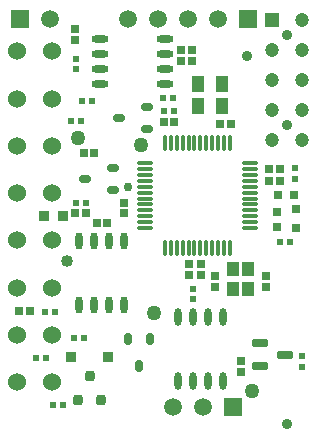
<source format=gbr>
%TF.GenerationSoftware,Altium Limited,Altium Designer,20.2.5 (213)*%
G04 Layer_Color=255*
%FSLAX25Y25*%
%MOIN*%
%TF.SameCoordinates,C9AA4840-3426-47ED-90B3-6D3E683A03ED*%
%TF.FilePolarity,Positive*%
%TF.FileFunction,Pads,Bot*%
%TF.Part,Single*%
G01*
G75*
%TA.AperFunction,SMDPad,CuDef*%
%ADD17R,0.03347X0.03543*%
%ADD18R,0.02165X0.02362*%
%ADD29R,0.02520X0.02677*%
%ADD30R,0.02677X0.02520*%
%ADD31R,0.02362X0.02165*%
%ADD34C,0.04000*%
%TA.AperFunction,ComponentPad*%
%ADD47C,0.06000*%
%ADD48R,0.05906X0.05906*%
%ADD49C,0.05906*%
%TA.AperFunction,ViaPad*%
%ADD50C,0.03543*%
%TA.AperFunction,SMDPad,CuDef*%
%ADD54R,0.03543X0.03740*%
%ADD55O,0.05906X0.01102*%
%ADD56O,0.01102X0.05906*%
G04:AMPARAMS|DCode=57|XSize=25.59mil|YSize=37.4mil|CornerRadius=6.4mil|HoleSize=0mil|Usage=FLASHONLY|Rotation=180.000|XOffset=0mil|YOffset=0mil|HoleType=Round|Shape=RoundedRectangle|*
%AMROUNDEDRECTD57*
21,1,0.02559,0.02461,0,0,180.0*
21,1,0.01280,0.03740,0,0,180.0*
1,1,0.01280,-0.00640,0.01230*
1,1,0.01280,0.00640,0.01230*
1,1,0.01280,0.00640,-0.01230*
1,1,0.01280,-0.00640,-0.01230*
%
%ADD57ROUNDEDRECTD57*%
G04:AMPARAMS|DCode=58|XSize=23.62mil|YSize=51.18mil|CornerRadius=2.36mil|HoleSize=0mil|Usage=FLASHONLY|Rotation=270.000|XOffset=0mil|YOffset=0mil|HoleType=Round|Shape=RoundedRectangle|*
%AMROUNDEDRECTD58*
21,1,0.02362,0.04646,0,0,270.0*
21,1,0.01890,0.05118,0,0,270.0*
1,1,0.00472,-0.02323,-0.00945*
1,1,0.00472,-0.02323,0.00945*
1,1,0.00472,0.02323,0.00945*
1,1,0.00472,0.02323,-0.00945*
%
%ADD58ROUNDEDRECTD58*%
G04:AMPARAMS|DCode=59|XSize=31.5mil|YSize=35.43mil|CornerRadius=7.87mil|HoleSize=0mil|Usage=FLASHONLY|Rotation=0.000|XOffset=0mil|YOffset=0mil|HoleType=Round|Shape=RoundedRectangle|*
%AMROUNDEDRECTD59*
21,1,0.03150,0.01968,0,0,0.0*
21,1,0.01575,0.03543,0,0,0.0*
1,1,0.01575,0.00787,-0.00984*
1,1,0.01575,-0.00787,-0.00984*
1,1,0.01575,-0.00787,0.00984*
1,1,0.01575,0.00787,0.00984*
%
%ADD59ROUNDEDRECTD59*%
%ADD60O,0.05709X0.02362*%
%ADD61O,0.02362X0.05906*%
%ADD62R,0.03937X0.05315*%
%ADD63R,0.03937X0.05315*%
%ADD64R,0.04724X0.04724*%
%TA.AperFunction,BGAPad,CuDef*%
%ADD65C,0.04724*%
%TA.AperFunction,SMDPad,CuDef*%
%ADD66R,0.03937X0.04724*%
%ADD67R,0.03150X0.02756*%
%ADD68R,0.03150X0.03150*%
%ADD69O,0.02362X0.05709*%
G04:AMPARAMS|DCode=70|XSize=25.59mil|YSize=37.4mil|CornerRadius=6.4mil|HoleSize=0mil|Usage=FLASHONLY|Rotation=90.000|XOffset=0mil|YOffset=0mil|HoleType=Round|Shape=RoundedRectangle|*
%AMROUNDEDRECTD70*
21,1,0.02559,0.02461,0,0,90.0*
21,1,0.01280,0.03740,0,0,90.0*
1,1,0.01280,0.01230,0.00640*
1,1,0.01280,0.01230,-0.00640*
1,1,0.01280,-0.01230,-0.00640*
1,1,0.01280,-0.01230,0.00640*
%
%ADD70ROUNDEDRECTD70*%
%ADD71R,0.02756X0.03150*%
%ADD72C,0.05000*%
%ADD73C,0.03000*%
D17*
X23732Y72952D02*
D03*
X17629D02*
D03*
D18*
X67100Y45327D02*
D03*
Y48673D02*
D03*
X28179Y125400D02*
D03*
Y122054D02*
D03*
X103400Y26273D02*
D03*
Y22927D02*
D03*
X101100Y85595D02*
D03*
Y88942D02*
D03*
D29*
X69700Y53528D02*
D03*
Y57072D02*
D03*
X27800Y131728D02*
D03*
Y135272D02*
D03*
X65900Y53528D02*
D03*
Y57072D02*
D03*
X44200Y74028D02*
D03*
Y77572D02*
D03*
X91600Y52972D02*
D03*
Y49428D02*
D03*
X74435Y49428D02*
D03*
Y52972D02*
D03*
X83100Y21228D02*
D03*
Y24772D02*
D03*
D30*
X30728Y94100D02*
D03*
X34272D02*
D03*
X96172Y84900D02*
D03*
X92628D02*
D03*
X79672Y103800D02*
D03*
X76128D02*
D03*
X9228Y41300D02*
D03*
X12772D02*
D03*
X27761Y73960D02*
D03*
X31305D02*
D03*
X63100Y124800D02*
D03*
X66643D02*
D03*
X92628Y88700D02*
D03*
X96172D02*
D03*
X60872Y104500D02*
D03*
X57328D02*
D03*
X66643Y128500D02*
D03*
X63100D02*
D03*
X35028Y70700D02*
D03*
X38572D02*
D03*
D31*
X21273Y41100D02*
D03*
X17927D02*
D03*
X28027Y77600D02*
D03*
X31373D02*
D03*
X33473Y111400D02*
D03*
X30127D02*
D03*
X26327Y104900D02*
D03*
X29673D02*
D03*
X30873Y32600D02*
D03*
X27527D02*
D03*
X18173Y25900D02*
D03*
X14827D02*
D03*
X20327Y10100D02*
D03*
X23673D02*
D03*
X57027Y112400D02*
D03*
X60373D02*
D03*
X60773Y108100D02*
D03*
X57427D02*
D03*
X96127Y64500D02*
D03*
X99473D02*
D03*
D34*
X25100Y58200D02*
D03*
D47*
X20125Y127976D02*
D03*
Y112228D02*
D03*
Y96480D02*
D03*
Y80732D02*
D03*
Y64984D02*
D03*
Y49236D02*
D03*
Y33488D02*
D03*
Y17740D02*
D03*
X8314Y127976D02*
D03*
Y112228D02*
D03*
Y96480D02*
D03*
Y80732D02*
D03*
Y64984D02*
D03*
Y49236D02*
D03*
Y33488D02*
D03*
Y17740D02*
D03*
D48*
X85400Y138800D02*
D03*
X80600Y9600D02*
D03*
X9500Y138800D02*
D03*
D49*
X75400D02*
D03*
X65400D02*
D03*
X55400D02*
D03*
X45400D02*
D03*
X70600Y9600D02*
D03*
X60600D02*
D03*
X19500Y138800D02*
D03*
D50*
X85293Y126597D02*
D03*
X98400Y3703D02*
D03*
Y103500D02*
D03*
Y133500D02*
D03*
D54*
X26499Y26000D02*
D03*
X38901D02*
D03*
D55*
X51179Y90727D02*
D03*
Y88758D02*
D03*
Y86790D02*
D03*
Y84821D02*
D03*
Y82853D02*
D03*
Y80884D02*
D03*
Y78916D02*
D03*
Y76947D02*
D03*
Y74979D02*
D03*
Y73010D02*
D03*
Y71042D02*
D03*
Y69073D02*
D03*
X86021D02*
D03*
Y71042D02*
D03*
Y73010D02*
D03*
Y74979D02*
D03*
Y76947D02*
D03*
Y78916D02*
D03*
Y80884D02*
D03*
Y82853D02*
D03*
Y84821D02*
D03*
Y86790D02*
D03*
Y88758D02*
D03*
Y90727D02*
D03*
D56*
X57773Y62479D02*
D03*
X59742D02*
D03*
X61710D02*
D03*
X63679D02*
D03*
X65647D02*
D03*
X67616D02*
D03*
X69584D02*
D03*
X71553D02*
D03*
X73521D02*
D03*
X75490D02*
D03*
X77458D02*
D03*
X79427D02*
D03*
Y97321D02*
D03*
X77458D02*
D03*
X75490D02*
D03*
X73521D02*
D03*
X71553D02*
D03*
X69584D02*
D03*
X67616D02*
D03*
X65647D02*
D03*
X63679D02*
D03*
X61710D02*
D03*
X59742D02*
D03*
X57773D02*
D03*
D57*
X45429Y32226D02*
D03*
X52910D02*
D03*
X49169Y22974D02*
D03*
D58*
X97832Y26867D02*
D03*
X89564Y30608D02*
D03*
Y23127D02*
D03*
D59*
X36440Y11863D02*
D03*
X32700Y19737D02*
D03*
X28960Y11863D02*
D03*
D60*
X57728Y132200D02*
D03*
Y127200D02*
D03*
Y122200D02*
D03*
Y117200D02*
D03*
X36272Y132200D02*
D03*
Y127200D02*
D03*
Y122200D02*
D03*
Y117200D02*
D03*
D61*
X77200Y18061D02*
D03*
X72200D02*
D03*
X67200D02*
D03*
X62200D02*
D03*
X77200Y39321D02*
D03*
X72200D02*
D03*
X67200D02*
D03*
X62200D02*
D03*
D62*
X76843Y117100D02*
D03*
D63*
X68757D02*
D03*
X76843Y109900D02*
D03*
X68757D02*
D03*
D64*
X93400Y138500D02*
D03*
D65*
X103400D02*
D03*
Y128500D02*
D03*
X93400D02*
D03*
Y118500D02*
D03*
X103400D02*
D03*
X93400Y108500D02*
D03*
X103400D02*
D03*
X93400Y98500D02*
D03*
X103400D02*
D03*
D66*
X85560Y55549D02*
D03*
X80441D02*
D03*
X85560Y48856D02*
D03*
X80441D02*
D03*
D67*
X100707Y79977D02*
D03*
X95589D02*
D03*
D68*
X101400Y75550D02*
D03*
Y69250D02*
D03*
D69*
X29000Y64860D02*
D03*
X34000D02*
D03*
X39000D02*
D03*
X44000D02*
D03*
X29000Y43403D02*
D03*
X34000D02*
D03*
X39000D02*
D03*
X44000D02*
D03*
D70*
X42574Y105800D02*
D03*
X51826Y102060D02*
D03*
Y109540D02*
D03*
X31174Y85500D02*
D03*
X40426Y81760D02*
D03*
Y89240D02*
D03*
D71*
X95300Y69337D02*
D03*
Y74455D02*
D03*
D72*
X49700Y96700D02*
D03*
X54200Y40700D02*
D03*
X28900Y99000D02*
D03*
X86800Y14900D02*
D03*
D73*
X45400Y82696D02*
D03*
%TF.MD5,56554ca514193c1c60f11fa1a71e7c2b*%
M02*

</source>
